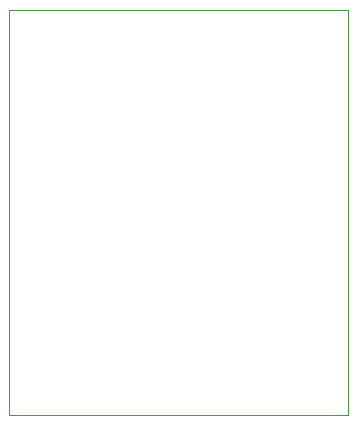
<source format=gbr>
G04 #@! TF.GenerationSoftware,KiCad,Pcbnew,(6.0.1)*
G04 #@! TF.CreationDate,2022-02-05T19:11:42-06:00*
G04 #@! TF.ProjectId,MCF8316A,4d434638-3331-4364-912e-6b696361645f,rev?*
G04 #@! TF.SameCoordinates,Original*
G04 #@! TF.FileFunction,Profile,NP*
%FSLAX46Y46*%
G04 Gerber Fmt 4.6, Leading zero omitted, Abs format (unit mm)*
G04 Created by KiCad (PCBNEW (6.0.1)) date 2022-02-05 19:11:42*
%MOMM*%
%LPD*%
G01*
G04 APERTURE LIST*
G04 #@! TA.AperFunction,Profile*
%ADD10C,0.100000*%
G04 #@! TD*
G04 APERTURE END LIST*
D10*
X169672000Y-84836000D02*
X169672000Y-119126000D01*
X140970000Y-84836000D02*
X169672000Y-84836000D01*
X169672000Y-119126000D02*
X140970000Y-119126000D01*
X140970000Y-119126000D02*
X140970000Y-84836000D01*
M02*

</source>
